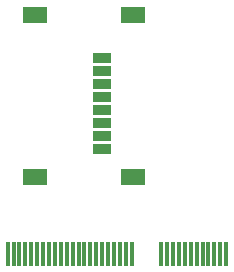
<source format=gbr>
%TF.GenerationSoftware,KiCad,Pcbnew,7.0.11-7.0.11~ubuntu22.04.1*%
%TF.CreationDate,2024-05-19T21:46:35+02:00*%
%TF.ProjectId,m.2_usd,6d2e325f-7573-4642-9e6b-696361645f70,rev?*%
%TF.SameCoordinates,Original*%
%TF.FileFunction,Soldermask,Top*%
%TF.FilePolarity,Negative*%
%FSLAX46Y46*%
G04 Gerber Fmt 4.6, Leading zero omitted, Abs format (unit mm)*
G04 Created by KiCad (PCBNEW 7.0.11-7.0.11~ubuntu22.04.1) date 2024-05-19 21:46:35*
%MOMM*%
%LPD*%
G01*
G04 APERTURE LIST*
%ADD10R,0.350000X2.000000*%
%ADD11R,1.498600X0.812800*%
%ADD12R,2.006600X1.447800*%
G04 APERTURE END LIST*
D10*
%TO.C,J1*%
X9250000Y1550000D03*
X8750000Y1550000D03*
X8250000Y1550000D03*
X7750000Y1550000D03*
X7250000Y1550000D03*
X6750000Y1550000D03*
X6250000Y1550000D03*
X5750000Y1550000D03*
X5250000Y1550000D03*
X4750000Y1550000D03*
X4250000Y1550000D03*
X3750000Y1550000D03*
X1250000Y1550000D03*
X750000Y1550000D03*
X250000Y1550000D03*
X-250000Y1550000D03*
X-750000Y1550000D03*
X-1250000Y1550000D03*
X-1750000Y1550000D03*
X-2250000Y1550000D03*
X-2750000Y1550000D03*
X-3250000Y1550000D03*
X-3750000Y1550000D03*
X-4250000Y1550000D03*
X-4750000Y1550000D03*
X-5250000Y1550000D03*
X-5750000Y1550000D03*
X-6250000Y1550000D03*
X-6750000Y1550000D03*
X-7250000Y1550000D03*
X-7750000Y1550000D03*
X-8250000Y1550000D03*
X-8750000Y1550000D03*
X-9250000Y1550000D03*
%TD*%
D11*
%TO.C,J2*%
X-1249100Y18100001D03*
X-1249100Y17000001D03*
X-1249100Y15900001D03*
X-1249100Y14800000D03*
X-1249100Y13700000D03*
X-1249100Y12600000D03*
X-1249100Y11499999D03*
X-1249100Y10399999D03*
D12*
X-6949101Y21775000D03*
X-6949101Y8025000D03*
X1350900Y21775000D03*
X1350900Y8025000D03*
%TD*%
M02*

</source>
